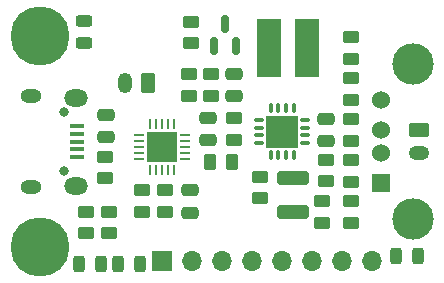
<source format=gbr>
%TF.GenerationSoftware,KiCad,Pcbnew,(5.99.0-10766-geeb405c196)*%
%TF.CreationDate,2021-06-19T10:41:35+04:00*%
%TF.ProjectId,Adafruit-PowerBoost-1000C,41646166-7275-4697-942d-506f77657242,rev?*%
%TF.SameCoordinates,Original*%
%TF.FileFunction,Soldermask,Top*%
%TF.FilePolarity,Negative*%
%FSLAX46Y46*%
G04 Gerber Fmt 4.6, Leading zero omitted, Abs format (unit mm)*
G04 Created by KiCad (PCBNEW (5.99.0-10766-geeb405c196)) date 2021-06-19 10:41:35*
%MOMM*%
%LPD*%
G01*
G04 APERTURE LIST*
G04 Aperture macros list*
%AMRoundRect*
0 Rectangle with rounded corners*
0 $1 Rounding radius*
0 $2 $3 $4 $5 $6 $7 $8 $9 X,Y pos of 4 corners*
0 Add a 4 corners polygon primitive as box body*
4,1,4,$2,$3,$4,$5,$6,$7,$8,$9,$2,$3,0*
0 Add four circle primitives for the rounded corners*
1,1,$1+$1,$2,$3*
1,1,$1+$1,$4,$5*
1,1,$1+$1,$6,$7*
1,1,$1+$1,$8,$9*
0 Add four rect primitives between the rounded corners*
20,1,$1+$1,$2,$3,$4,$5,0*
20,1,$1+$1,$4,$5,$6,$7,0*
20,1,$1+$1,$6,$7,$8,$9,0*
20,1,$1+$1,$8,$9,$2,$3,0*%
G04 Aperture macros list end*
%ADD10RoundRect,0.250000X0.475000X-0.250000X0.475000X0.250000X-0.475000X0.250000X-0.475000X-0.250000X0*%
%ADD11R,2.100000X5.000000*%
%ADD12RoundRect,0.243750X-0.243750X-0.456250X0.243750X-0.456250X0.243750X0.456250X-0.243750X0.456250X0*%
%ADD13RoundRect,0.250000X0.450000X-0.262500X0.450000X0.262500X-0.450000X0.262500X-0.450000X-0.262500X0*%
%ADD14RoundRect,0.250000X0.350000X0.625000X-0.350000X0.625000X-0.350000X-0.625000X0.350000X-0.625000X0*%
%ADD15O,1.200000X1.750000*%
%ADD16RoundRect,0.250000X-0.450000X0.262500X-0.450000X-0.262500X0.450000X-0.262500X0.450000X0.262500X0*%
%ADD17RoundRect,0.250000X-0.475000X0.250000X-0.475000X-0.250000X0.475000X-0.250000X0.475000X0.250000X0*%
%ADD18RoundRect,0.250000X-1.100000X0.325000X-1.100000X-0.325000X1.100000X-0.325000X1.100000X0.325000X0*%
%ADD19R,1.700000X1.700000*%
%ADD20O,1.700000X1.700000*%
%ADD21RoundRect,0.087500X0.325000X0.087500X-0.325000X0.087500X-0.325000X-0.087500X0.325000X-0.087500X0*%
%ADD22RoundRect,0.087500X0.087500X0.325000X-0.087500X0.325000X-0.087500X-0.325000X0.087500X-0.325000X0*%
%ADD23R,2.700000X2.700000*%
%ADD24RoundRect,0.250000X0.262500X0.450000X-0.262500X0.450000X-0.262500X-0.450000X0.262500X-0.450000X0*%
%ADD25R,1.524000X1.524000*%
%ADD26C,1.524000*%
%ADD27C,3.500000*%
%ADD28RoundRect,0.243750X0.456250X-0.243750X0.456250X0.243750X-0.456250X0.243750X-0.456250X-0.243750X0*%
%ADD29C,5.000000*%
%ADD30RoundRect,0.243750X0.243750X0.456250X-0.243750X0.456250X-0.243750X-0.456250X0.243750X-0.456250X0*%
%ADD31RoundRect,0.150000X0.150000X-0.587500X0.150000X0.587500X-0.150000X0.587500X-0.150000X-0.587500X0*%
%ADD32RoundRect,0.062500X-0.062500X0.350000X-0.062500X-0.350000X0.062500X-0.350000X0.062500X0.350000X0*%
%ADD33RoundRect,0.062500X-0.350000X0.062500X-0.350000X-0.062500X0.350000X-0.062500X0.350000X0.062500X0*%
%ADD34O,0.600000X0.600000*%
%ADD35R,2.500000X2.500000*%
%ADD36O,0.800000X0.800000*%
%ADD37R,1.300000X0.450000*%
%ADD38O,2.000000X1.450000*%
%ADD39O,1.800000X1.150000*%
%ADD40RoundRect,0.250000X-0.625000X0.350000X-0.625000X-0.350000X0.625000X-0.350000X0.625000X0.350000X0*%
%ADD41O,1.750000X1.200000*%
G04 APERTURE END LIST*
D10*
%TO.C,C4*%
X119000000Y-84700000D03*
X119000000Y-82800000D03*
%TD*%
D11*
%TO.C,L1*%
X121950000Y-80650000D03*
X125150000Y-80650000D03*
%TD*%
D12*
%TO.C,D2*%
X105862500Y-98900000D03*
X107737500Y-98900000D03*
%TD*%
D13*
%TO.C,R2*%
X106400000Y-96312500D03*
X106400000Y-94487500D03*
%TD*%
%TO.C,R1*%
X108400000Y-96312500D03*
X108400000Y-94487500D03*
%TD*%
D14*
%TO.C,BT1*%
X111700000Y-83600000D03*
D15*
X109700000Y-83600000D03*
%TD*%
D13*
%TO.C,R15*%
X128850000Y-85015625D03*
X128850000Y-83190625D03*
%TD*%
D16*
%TO.C,R12*%
X126450000Y-93587500D03*
X126450000Y-95412500D03*
%TD*%
%TO.C,R8*%
X119000000Y-86587500D03*
X119000000Y-88412500D03*
%TD*%
%TO.C,R18*%
X128850000Y-86656250D03*
X128850000Y-88481250D03*
%TD*%
D17*
%TO.C,C3*%
X116750000Y-86550000D03*
X116750000Y-88450000D03*
%TD*%
D16*
%TO.C,R16*%
X128850000Y-79725000D03*
X128850000Y-81550000D03*
%TD*%
D13*
%TO.C,R3*%
X115150000Y-84662500D03*
X115150000Y-82837500D03*
%TD*%
%TO.C,R10*%
X121150000Y-93362500D03*
X121150000Y-91537500D03*
%TD*%
%TO.C,R4*%
X117050000Y-84662500D03*
X117050000Y-82837500D03*
%TD*%
%TO.C,R17*%
X128850000Y-91946875D03*
X128850000Y-90121875D03*
%TD*%
D16*
%TO.C,R13*%
X115300000Y-78387500D03*
X115300000Y-80212500D03*
%TD*%
D18*
%TO.C,C6*%
X123950000Y-91595000D03*
X123950000Y-94545000D03*
%TD*%
D19*
%TO.C,J2*%
X112875000Y-98700000D03*
D20*
X115415000Y-98700000D03*
X117955000Y-98700000D03*
X120495000Y-98700000D03*
X123035000Y-98700000D03*
X125575000Y-98700000D03*
X128115000Y-98700000D03*
X130655000Y-98700000D03*
%TD*%
D21*
%TO.C,U2*%
X125012500Y-88675000D03*
X125012500Y-88025000D03*
X125012500Y-87375000D03*
X125012500Y-86725000D03*
D22*
X124025000Y-85737500D03*
X123375000Y-85737500D03*
X122725000Y-85737500D03*
X122075000Y-85737500D03*
D21*
X121087500Y-86725000D03*
X121087500Y-87375000D03*
X121087500Y-88025000D03*
X121087500Y-88675000D03*
D22*
X122075000Y-89662500D03*
X122725000Y-89662500D03*
X123375000Y-89662500D03*
X124025000Y-89662500D03*
D23*
X123050000Y-87700000D03*
%TD*%
D24*
%TO.C,R9*%
X118762500Y-90300000D03*
X116937500Y-90300000D03*
%TD*%
D25*
%TO.C,J4*%
X131372500Y-92050000D03*
D26*
X131372500Y-89550000D03*
X131372500Y-87550000D03*
X131372500Y-85050000D03*
D27*
X134082500Y-95120000D03*
X134082500Y-81980000D03*
%TD*%
D10*
%TO.C,C1*%
X108100000Y-88200000D03*
X108100000Y-86300000D03*
%TD*%
D17*
%TO.C,C2*%
X115200000Y-92670000D03*
X115200000Y-94570000D03*
%TD*%
D16*
%TO.C,R6*%
X111200000Y-92687500D03*
X111200000Y-94512500D03*
%TD*%
D10*
%TO.C,C5*%
X126750000Y-88500000D03*
X126750000Y-86600000D03*
%TD*%
D28*
%TO.C,D3*%
X106250000Y-80237500D03*
X106250000Y-78362500D03*
%TD*%
D16*
%TO.C,R7*%
X108050000Y-89837500D03*
X108050000Y-91662500D03*
%TD*%
D29*
%TO.C,H2*%
X102550000Y-97450000D03*
%TD*%
D16*
%TO.C,R5*%
X113100000Y-92687500D03*
X113100000Y-94512500D03*
%TD*%
D30*
%TO.C,D1*%
X111037500Y-98900000D03*
X109162500Y-98900000D03*
%TD*%
D31*
%TO.C,Q1*%
X117250000Y-80487500D03*
X119150000Y-80487500D03*
X118200000Y-78612500D03*
%TD*%
D30*
%TO.C,D4*%
X134587500Y-98200000D03*
X132712500Y-98200000D03*
%TD*%
D32*
%TO.C,U1*%
X113850000Y-87062500D03*
X113350000Y-87062500D03*
X112850000Y-87062500D03*
X112350000Y-87062500D03*
X111850000Y-87062500D03*
D33*
X110912500Y-88000000D03*
X110912500Y-88500000D03*
X110912500Y-89000000D03*
X110912500Y-89500000D03*
X110912500Y-90000000D03*
D32*
X111850000Y-90937500D03*
X112350000Y-90937500D03*
X112850000Y-90937500D03*
X113350000Y-90937500D03*
X113850000Y-90937500D03*
D33*
X114787500Y-90000000D03*
X114787500Y-89500000D03*
X114787500Y-89000000D03*
X114787500Y-88500000D03*
X114787500Y-88000000D03*
D34*
X113600000Y-89750000D03*
X112850000Y-88250000D03*
X112100000Y-89000000D03*
D35*
X112850000Y-89000000D03*
D34*
X113600000Y-89000000D03*
X112100000Y-88250000D03*
D35*
X112850000Y-89000000D03*
D34*
X112900000Y-89750000D03*
X113600000Y-88250000D03*
X112100000Y-89750000D03*
X112850000Y-89000000D03*
%TD*%
D16*
%TO.C,R11*%
X126720000Y-90087500D03*
X126720000Y-91912500D03*
%TD*%
D36*
%TO.C,J1*%
X104550000Y-86050000D03*
X104550000Y-91050000D03*
D37*
X105650000Y-87250000D03*
X105650000Y-87900000D03*
X105650000Y-88550000D03*
X105650000Y-89200000D03*
X105650000Y-89850000D03*
D38*
X105600000Y-84825000D03*
D39*
X101800000Y-84675000D03*
X101800000Y-92425000D03*
D38*
X105600000Y-92275000D03*
%TD*%
D29*
%TO.C,H1*%
X102550000Y-79650000D03*
%TD*%
D16*
%TO.C,R14*%
X128850000Y-93587500D03*
X128850000Y-95412500D03*
%TD*%
D40*
%TO.C,J3*%
X134650000Y-87550000D03*
D41*
X134650000Y-89550000D03*
%TD*%
M02*

</source>
